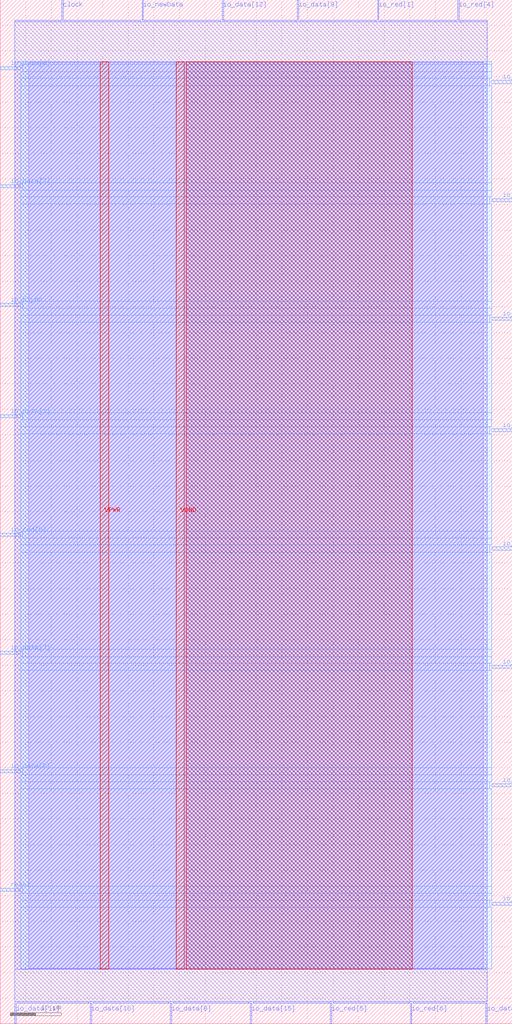
<source format=lef>
VERSION 5.7 ;
  NOWIREEXTENSIONATPIN ON ;
  DIVIDERCHAR "/" ;
  BUSBITCHARS "[]" ;
MACRO MM2hdmi
  CLASS BLOCK ;
  FOREIGN MM2hdmi ;
  ORIGIN 0.000 0.000 ;
  SIZE 100.000 BY 200.000 ;
  PIN clock
    DIRECTION INPUT ;
    PORT
      LAYER met2 ;
        RECT 12.050 196.000 12.330 200.000 ;
    END
  END clock
  PIN io_data[0]
    DIRECTION INPUT ;
    PORT
      LAYER met2 ;
        RECT 94.850 0.000 95.130 4.000 ;
    END
  END io_data[0]
  PIN io_data[10]
    DIRECTION INPUT ;
    PORT
      LAYER met2 ;
        RECT 17.570 0.000 17.850 4.000 ;
    END
  END io_data[10]
  PIN io_data[11]
    DIRECTION INPUT ;
    PORT
      LAYER met2 ;
        RECT 2.850 0.000 3.130 4.000 ;
    END
  END io_data[11]
  PIN io_data[12]
    DIRECTION INPUT ;
    PORT
      LAYER met2 ;
        RECT 43.330 196.000 43.610 200.000 ;
    END
  END io_data[12]
  PIN io_data[13]
    DIRECTION INPUT ;
    PORT
      LAYER met3 ;
        RECT 96.000 69.400 100.000 70.000 ;
    END
  END io_data[13]
  PIN io_data[14]
    DIRECTION INPUT ;
    PORT
      LAYER met3 ;
        RECT 96.000 115.640 100.000 116.240 ;
    END
  END io_data[14]
  PIN io_data[15]
    DIRECTION INPUT ;
    PORT
      LAYER met2 ;
        RECT 48.850 0.000 49.130 4.000 ;
    END
  END io_data[15]
  PIN io_data[1]
    DIRECTION INPUT ;
    PORT
      LAYER met3 ;
        RECT 0.000 118.360 4.000 118.960 ;
    END
  END io_data[1]
  PIN io_data[2]
    DIRECTION INPUT ;
    PORT
      LAYER met3 ;
        RECT 0.000 49.000 4.000 49.600 ;
    END
  END io_data[2]
  PIN io_data[3]
    DIRECTION INPUT ;
    PORT
      LAYER met3 ;
        RECT 0.000 163.240 4.000 163.840 ;
    END
  END io_data[3]
  PIN io_data[4]
    DIRECTION INPUT ;
    PORT
      LAYER met3 ;
        RECT 0.000 186.360 4.000 186.960 ;
    END
  END io_data[4]
  PIN io_data[5]
    DIRECTION INPUT ;
    PORT
      LAYER met3 ;
        RECT 96.000 137.400 100.000 138.000 ;
    END
  END io_data[5]
  PIN io_data[6]
    DIRECTION INPUT ;
    PORT
      LAYER met3 ;
        RECT 96.000 92.520 100.000 93.120 ;
    END
  END io_data[6]
  PIN io_data[7]
    DIRECTION INPUT ;
    PORT
      LAYER met3 ;
        RECT 0.000 72.120 4.000 72.720 ;
    END
  END io_data[7]
  PIN io_data[8]
    DIRECTION INPUT ;
    PORT
      LAYER met2 ;
        RECT 33.210 0.000 33.490 4.000 ;
    END
  END io_data[8]
  PIN io_data[9]
    DIRECTION INPUT ;
    PORT
      LAYER met2 ;
        RECT 58.050 196.000 58.330 200.000 ;
    END
  END io_data[9]
  PIN io_hSync
    DIRECTION OUTPUT TRISTATE ;
    PORT
      LAYER met3 ;
        RECT 0.000 140.120 4.000 140.720 ;
    END
  END io_hSync
  PIN io_newData
    DIRECTION INPUT ;
    PORT
      LAYER met2 ;
        RECT 27.690 196.000 27.970 200.000 ;
    END
  END io_newData
  PIN io_red[0]
    DIRECTION OUTPUT TRISTATE ;
    PORT
      LAYER met3 ;
        RECT 0.000 95.240 4.000 95.840 ;
    END
  END io_red[0]
  PIN io_red[1]
    DIRECTION OUTPUT TRISTATE ;
    PORT
      LAYER met2 ;
        RECT 73.690 196.000 73.970 200.000 ;
    END
  END io_red[1]
  PIN io_red[2]
    DIRECTION OUTPUT TRISTATE ;
    PORT
      LAYER met3 ;
        RECT 96.000 46.280 100.000 46.880 ;
    END
  END io_red[2]
  PIN io_red[3]
    DIRECTION OUTPUT TRISTATE ;
    PORT
      LAYER met3 ;
        RECT 96.000 23.160 100.000 23.760 ;
    END
  END io_red[3]
  PIN io_red[4]
    DIRECTION OUTPUT TRISTATE ;
    PORT
      LAYER met2 ;
        RECT 89.330 196.000 89.610 200.000 ;
    END
  END io_red[4]
  PIN io_red[5]
    DIRECTION OUTPUT TRISTATE ;
    PORT
      LAYER met2 ;
        RECT 64.490 0.000 64.770 4.000 ;
    END
  END io_red[5]
  PIN io_red[6]
    DIRECTION OUTPUT TRISTATE ;
    PORT
      LAYER met2 ;
        RECT 80.130 0.000 80.410 4.000 ;
    END
  END io_red[6]
  PIN io_red[7]
    DIRECTION OUTPUT TRISTATE ;
    PORT
      LAYER met3 ;
        RECT 96.000 160.520 100.000 161.120 ;
    END
  END io_red[7]
  PIN io_vSync
    DIRECTION OUTPUT TRISTATE ;
    PORT
      LAYER met3 ;
        RECT 96.000 183.640 100.000 184.240 ;
    END
  END io_vSync
  PIN reset
    DIRECTION INPUT ;
    PORT
      LAYER met3 ;
        RECT 0.000 25.880 4.000 26.480 ;
    END
  END reset
  PIN VPWR
    DIRECTION INPUT ;
    USE POWER ;
    PORT
      LAYER met4 ;
        RECT 19.545 10.640 21.145 187.920 ;
    END
  END VPWR
  PIN VGND
    DIRECTION INPUT ;
    USE GROUND ;
    PORT
      LAYER met4 ;
        RECT 34.375 10.640 35.975 187.920 ;
    END
  END VGND
  OBS
      LAYER li1 ;
        RECT 5.520 10.795 94.300 187.765 ;
      LAYER met1 ;
        RECT 2.830 10.640 95.150 187.920 ;
      LAYER met2 ;
        RECT 2.860 195.720 11.770 196.000 ;
        RECT 12.610 195.720 27.410 196.000 ;
        RECT 28.250 195.720 43.050 196.000 ;
        RECT 43.890 195.720 57.770 196.000 ;
        RECT 58.610 195.720 73.410 196.000 ;
        RECT 74.250 195.720 89.050 196.000 ;
        RECT 89.890 195.720 95.120 196.000 ;
        RECT 2.860 4.280 95.120 195.720 ;
        RECT 3.410 4.000 17.290 4.280 ;
        RECT 18.130 4.000 32.930 4.280 ;
        RECT 33.770 4.000 48.570 4.280 ;
        RECT 49.410 4.000 64.210 4.280 ;
        RECT 65.050 4.000 79.850 4.280 ;
        RECT 80.690 4.000 94.570 4.280 ;
      LAYER met3 ;
        RECT 4.000 187.360 96.000 187.845 ;
        RECT 4.400 185.960 96.000 187.360 ;
        RECT 4.000 184.640 96.000 185.960 ;
        RECT 4.000 183.240 95.600 184.640 ;
        RECT 4.000 164.240 96.000 183.240 ;
        RECT 4.400 162.840 96.000 164.240 ;
        RECT 4.000 161.520 96.000 162.840 ;
        RECT 4.000 160.120 95.600 161.520 ;
        RECT 4.000 141.120 96.000 160.120 ;
        RECT 4.400 139.720 96.000 141.120 ;
        RECT 4.000 138.400 96.000 139.720 ;
        RECT 4.000 137.000 95.600 138.400 ;
        RECT 4.000 119.360 96.000 137.000 ;
        RECT 4.400 117.960 96.000 119.360 ;
        RECT 4.000 116.640 96.000 117.960 ;
        RECT 4.000 115.240 95.600 116.640 ;
        RECT 4.000 96.240 96.000 115.240 ;
        RECT 4.400 94.840 96.000 96.240 ;
        RECT 4.000 93.520 96.000 94.840 ;
        RECT 4.000 92.120 95.600 93.520 ;
        RECT 4.000 73.120 96.000 92.120 ;
        RECT 4.400 71.720 96.000 73.120 ;
        RECT 4.000 70.400 96.000 71.720 ;
        RECT 4.000 69.000 95.600 70.400 ;
        RECT 4.000 50.000 96.000 69.000 ;
        RECT 4.400 48.600 96.000 50.000 ;
        RECT 4.000 47.280 96.000 48.600 ;
        RECT 4.000 45.880 95.600 47.280 ;
        RECT 4.000 26.880 96.000 45.880 ;
        RECT 4.400 25.480 96.000 26.880 ;
        RECT 4.000 24.160 96.000 25.480 ;
        RECT 4.000 22.760 95.600 24.160 ;
        RECT 4.000 10.715 96.000 22.760 ;
      LAYER met4 ;
        RECT 36.375 10.640 80.450 187.920 ;
  END
END MM2hdmi
END LIBRARY


</source>
